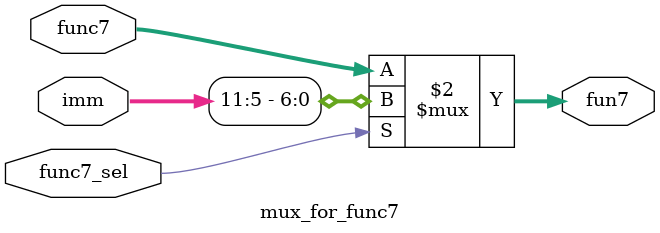
<source format=v>
module mux_for_func7 (func7_sel,func7,imm,fun7);

input wire func7_sel;
input wire [6:0]func7;
input wire [31:0]imm;
output reg [6:0]fun7;
always @(*)begin

 fun7 = func7_sel ? imm[11:5] : func7 ;
 
end

endmodule
</source>
